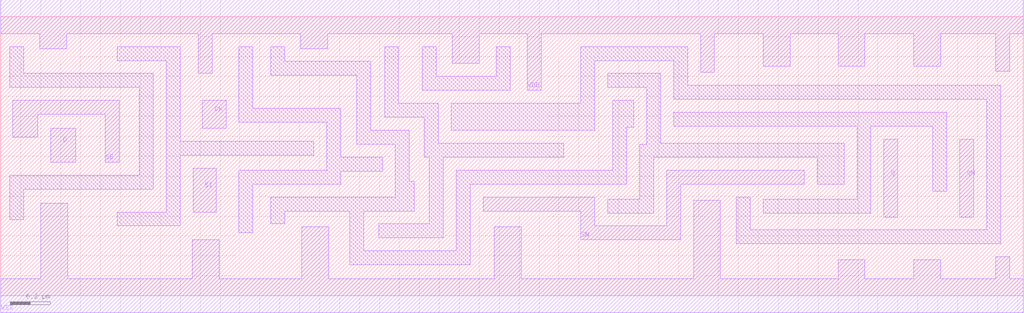
<source format=lef>
# 
# ******************************************************************************
# *                                                                            *
# *                   Copyright (C) 2004-2010, Nangate Inc.                    *
# *                           All rights reserved.                             *
# *                                                                            *
# * Nangate and the Nangate logo are trademarks of Nangate Inc.                *
# *                                                                            *
# * All trademarks, logos, software marks, and trade names (collectively the   *
# * "Marks") in this program are proprietary to Nangate or other respective    *
# * owners that have granted Nangate the right and license to use such Marks.  *
# * You are not permitted to use the Marks without the prior written consent   *
# * of Nangate or such third party that may own the Marks.                     *
# *                                                                            *
# * This file has been provided pursuant to a License Agreement containing     *
# * restrictions on its use. This file contains valuable trade secrets and     *
# * proprietary information of Nangate Inc., and is protected by U.S. and      *
# * international laws and/or treaties.                                        *
# *                                                                            *
# * The copyright notice(s) in this file does not indicate actual or intended  *
# * publication of this file.                                                  *
# *                                                                            *
# *     NGLibraryCreator, v2010.08-HR32-SP3-2010-08-05 - build 1009061800      *
# *                                                                            *
# ******************************************************************************
# 
# 
# Running on brazil06.nangate.com.br for user Giancarlo Franciscatto (gfr).
# Local time is now Fri, 3 Dec 2010, 19:32:18.
# Main process id is 27821.

VERSION 5.6 ;
BUSBITCHARS "[]" ;
DIVIDERCHAR "/" ;

MACRO SDFFS_X2
  CLASS core ;
  FOREIGN SDFFS_X2 0.0 0.0 ;
  ORIGIN 0 0 ;
  SYMMETRY X Y ;
  SITE FreePDK45_38x28_10R_NP_162NW_34O ;
  SIZE 5.13 BY 1.4 ;
  PIN D
    DIRECTION INPUT ;
    ANTENNAPARTIALMETALAREA 0.02125 LAYER metal1 ;
    ANTENNAPARTIALMETALSIDEAREA 0.0767 LAYER metal1 ;
    ANTENNAGATEAREA 0.03475 ;
    PORT
      LAYER metal1 ;
        POLYGON 0.25 0.67 0.375 0.67 0.375 0.84 0.25 0.84  ;
    END
  END D
  PIN SE
    DIRECTION INPUT ;
    ANTENNAPARTIALMETALAREA 0.068625 LAYER metal1 ;
    ANTENNAPARTIALMETALSIDEAREA 0.2496 LAYER metal1 ;
    ANTENNAGATEAREA 0.05775 ;
    PORT
      LAYER metal1 ;
        POLYGON 0.06 0.795 0.185 0.795 0.185 0.91 0.525 0.91 0.525 0.67 0.595 0.67 0.595 0.98 0.06 0.98  ;
    END
  END SE
  PIN SI
    DIRECTION INPUT ;
    ANTENNAPARTIALMETALAREA 0.0253 LAYER metal1 ;
    ANTENNAPARTIALMETALSIDEAREA 0.0871 LAYER metal1 ;
    ANTENNAGATEAREA 0.02625 ;
    PORT
      LAYER metal1 ;
        POLYGON 0.965 0.42 1.08 0.42 1.08 0.64 0.965 0.64  ;
    END
  END SI
  PIN SN
    DIRECTION INPUT ;
    ANTENNAPARTIALMETALAREA 0.14245 LAYER metal1 ;
    ANTENNAPARTIALMETALSIDEAREA 0.5473 LAYER metal1 ;
    ANTENNAGATEAREA 0.06125 ;
    PORT
      LAYER metal1 ;
        POLYGON 2.42 0.425 2.91 0.425 2.91 0.28 3.41 0.28 3.41 0.56 4.03 0.56 4.03 0.63 3.34 0.63 3.34 0.35 2.98 0.35 2.98 0.495 2.42 0.495  ;
    END
  END SN
  PIN CK
    DIRECTION INPUT ;
    ANTENNAPARTIALMETALAREA 0.0168 LAYER metal1 ;
    ANTENNAPARTIALMETALSIDEAREA 0.0676 LAYER metal1 ;
    ANTENNAGATEAREA 0.02625 ;
    PORT
      LAYER metal1 ;
        POLYGON 1.01 0.84 1.13 0.84 1.13 0.98 1.01 0.98  ;
    END
  END CK
  PIN Q
    DIRECTION OUTPUT ;
    ANTENNAPARTIALMETALAREA 0.0273 LAYER metal1 ;
    ANTENNAPARTIALMETALSIDEAREA 0.1196 LAYER metal1 ;
    ANTENNADIFFAREA 0.1463 ;
    PORT
      LAYER metal1 ;
        POLYGON 4.43 0.395 4.5 0.395 4.5 0.785 4.43 0.785  ;
    END
  END Q
  PIN QN
    DIRECTION OUTPUT ;
    ANTENNAPARTIALMETALAREA 0.0273 LAYER metal1 ;
    ANTENNAPARTIALMETALSIDEAREA 0.1196 LAYER metal1 ;
    ANTENNADIFFAREA 0.1463 ;
    PORT
      LAYER metal1 ;
        POLYGON 4.81 0.395 4.88 0.395 4.88 0.785 4.81 0.785  ;
    END
  END QN
  PIN VDD
    DIRECTION INOUT ;
    USE power ;
    SHAPE ABUTMENT ;
    PORT
      LAYER metal1 ;
        POLYGON 0 1.315 0.195 1.315 0.195 1.24 0.33 1.24 0.33 1.315 0.99 1.315 0.99 1.115 1.06 1.115 1.06 1.315 1.505 1.315 1.505 1.24 1.64 1.24 1.64 1.315 2.265 1.315 2.265 1.165 2.4 1.165 2.4 1.315 2.555 1.315 2.64 1.315 2.64 1.03 2.71 1.03 2.71 1.315 3.51 1.315 3.51 1.12 3.58 1.12 3.58 1.315 3.825 1.315 3.825 1.15 3.96 1.15 3.96 1.315 4.2 1.315 4.2 1.15 4.335 1.15 4.335 1.315 4.58 1.315 4.58 1.15 4.715 1.15 4.715 1.315 4.99 1.315 4.99 1.125 5.015 1.125 5.06 1.125 5.06 1.315 5.13 1.315 5.13 1.485 5.015 1.485 2.555 1.485 0 1.485  ;
    END
  END VDD
  PIN VSS
    DIRECTION INOUT ;
    USE ground ;
    SHAPE ABUTMENT ;
    PORT
      LAYER metal1 ;
        POLYGON 0 -0.085 5.13 -0.085 5.13 0.085 5.06 0.085 5.06 0.195 4.99 0.195 4.99 0.085 4.715 0.085 4.715 0.18 4.58 0.18 4.58 0.085 4.335 0.085 4.335 0.18 4.2 0.18 4.2 0.085 3.61 0.085 3.61 0.48 3.475 0.48 3.475 0.085 2.61 0.085 2.61 0.345 2.475 0.345 2.475 0.085 1.645 0.085 1.645 0.345 1.51 0.345 1.51 0.085 1.095 0.085 1.095 0.28 0.96 0.28 0.96 0.085 0.335 0.085 0.335 0.465 0.2 0.465 0.2 0.085 0 0.085  ;
    END
  END VSS
  OBS
      LAYER metal1 ;
        POLYGON 0.045 1.045 0.695 1.045 0.695 0.605 0.045 0.605 0.045 0.38 0.115 0.38 0.115 0.535 0.765 0.535 0.765 1.115 0.115 1.115 0.115 1.25 0.045 1.25  ;
        POLYGON 0.585 1.18 0.83 1.18 0.83 0.42 0.585 0.42 0.585 0.35 0.9 0.35 0.9 0.705 1.57 0.705 1.57 0.775 0.9 0.775 0.9 1.25 0.585 1.25  ;
        POLYGON 1.195 0.87 1.635 0.87 1.635 0.63 1.195 0.63 1.195 0.315 1.265 0.315 1.265 0.56 1.705 0.56 1.705 0.625 1.915 0.625 1.915 0.695 1.705 0.695 1.705 0.94 1.265 0.94 1.265 1.25 1.195 1.25  ;
        POLYGON 2.115 1.03 2.555 1.03 2.555 1.25 2.485 1.25 2.485 1.1 2.185 1.1 2.185 1.25 2.115 1.25  ;
        POLYGON 1.925 0.895 2.125 0.895 2.125 0.695 2.15 0.695 2.15 0.36 1.895 0.36 1.895 0.29 2.22 0.29 2.22 0.695 2.825 0.695 2.825 0.765 2.195 0.765 2.195 0.965 1.995 0.965 1.995 1.25 1.925 1.25  ;
        POLYGON 1.355 1.105 1.785 1.105 1.785 0.76 1.98 0.76 1.98 0.495 1.355 0.495 1.355 0.36 1.425 0.36 1.425 0.425 1.75 0.425 1.75 0.155 2.355 0.155 2.355 0.56 3.14 0.56 3.14 0.845 3.175 0.845 3.175 0.98 3.07 0.98 3.07 0.63 2.285 0.63 2.285 0.225 1.82 0.225 1.82 0.425 2.075 0.425 2.075 0.575 2.05 0.575 2.05 0.83 1.855 0.83 1.855 1.175 1.425 1.175 1.425 1.25 1.355 1.25  ;
        POLYGON 3.045 1.045 3.24 1.045 3.24 0.76 3.205 0.76 3.205 0.485 3.045 0.485 3.045 0.415 3.275 0.415 3.275 0.695 4.095 0.695 4.095 0.56 4.23 0.56 4.23 0.765 3.31 0.765 3.31 1.115 3.045 1.115  ;
        POLYGON 3.375 0.85 4.295 0.85 4.295 0.485 3.825 0.485 3.825 0.415 4.365 0.415 4.365 0.85 4.675 0.85 4.675 0.525 4.745 0.525 4.745 0.92 3.375 0.92  ;
        POLYGON 2.26 0.83 2.98 0.83 2.98 1.18 3.375 1.18 3.375 0.985 4.945 0.985 4.945 0.33 3.76 0.33 3.76 0.495 3.69 0.495 3.69 0.26 5.015 0.26 5.015 1.055 3.445 1.055 3.445 1.25 2.91 1.25 2.91 0.965 2.26 0.965  ;
  END
END SDFFS_X2

END LIBRARY
#
# End of file
#

</source>
